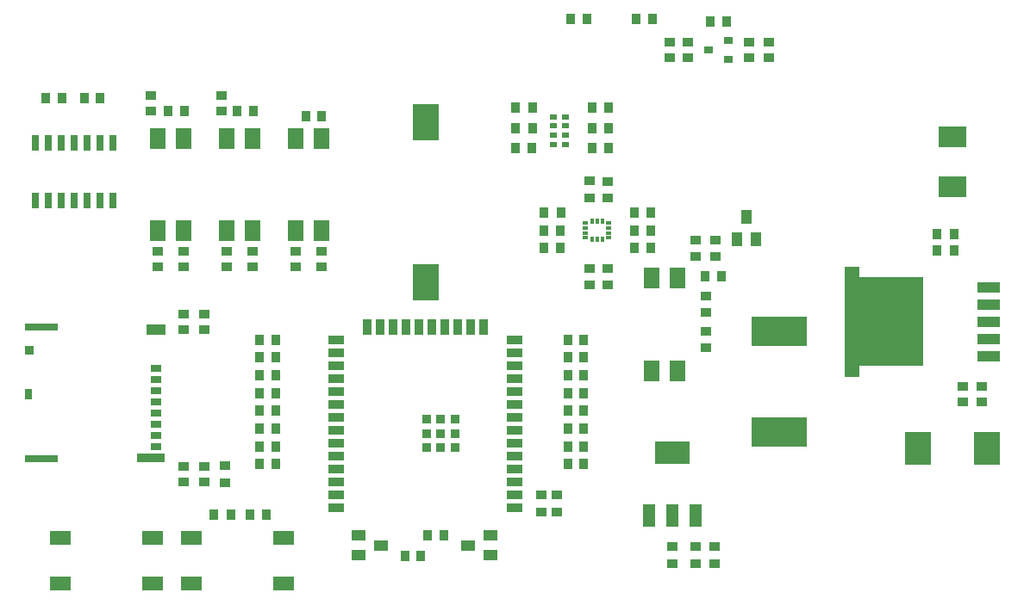
<source format=gtp>
G04*
G04 #@! TF.GenerationSoftware,Altium Limited,Altium Designer,24.5.2 (23)*
G04*
G04 Layer_Color=8421504*
%FSLAX25Y25*%
%MOIN*%
G70*
G04*
G04 #@! TF.SameCoordinates,878A51A9-24BE-43F0-8DEF-E1219167CBE3*
G04*
G04*
G04 #@! TF.FilePolarity,Positive*
G04*
G01*
G75*
%ADD17R,0.03071X0.04134*%
%ADD18R,0.03661X0.03543*%
%ADD19R,0.13110X0.02756*%
%ADD20R,0.11024X0.03386*%
%ADD21R,0.07205X0.04488*%
%ADD22R,0.04331X0.02756*%
%ADD23R,0.04016X0.03701*%
%ADD24R,0.03701X0.04016*%
%ADD25R,0.03937X0.03543*%
%ADD26R,0.05512X0.03937*%
%ADD27R,0.08268X0.05512*%
%ADD28R,0.03543X0.03937*%
%ADD29R,0.03543X0.03543*%
%ADD30R,0.05906X0.03543*%
%ADD31R,0.03543X0.05906*%
%ADD32R,0.04724X0.08661*%
%ADD33R,0.13780X0.08661*%
%ADD34R,0.02362X0.01181*%
%ADD35R,0.01181X0.02362*%
%ADD36R,0.08504X0.04213*%
%ADD37R,0.03150X0.01968*%
%ADD38R,0.05906X0.08268*%
%ADD39R,0.03937X0.05512*%
%ADD40R,0.02559X0.06496*%
%ADD41R,0.03543X0.03150*%
%ADD42R,0.09843X0.12992*%
%ADD43R,0.21260X0.11417*%
%ADD44R,0.11024X0.08465*%
%ADD45R,0.10236X0.14173*%
G36*
X333209Y128347D02*
X357618D01*
Y94095D01*
X333209D01*
Y89961D01*
X327421D01*
Y132480D01*
X333209D01*
Y128347D01*
D02*
G37*
D17*
X11732Y83287D02*
D03*
D18*
X12028Y100079D02*
D03*
D19*
X16752Y58150D02*
D03*
Y109173D02*
D03*
D20*
X59134Y58465D02*
D03*
D21*
X61043Y108307D02*
D03*
D22*
X61102Y62717D02*
D03*
Y67047D02*
D03*
Y71378D02*
D03*
Y75709D02*
D03*
Y80039D02*
D03*
Y84370D02*
D03*
Y88701D02*
D03*
Y93032D02*
D03*
D23*
X79724Y55276D02*
D03*
Y49055D02*
D03*
X71850Y108110D02*
D03*
Y114331D02*
D03*
X79724Y108110D02*
D03*
Y114331D02*
D03*
X71850Y55276D02*
D03*
Y49055D02*
D03*
X235630Y159291D02*
D03*
Y165512D02*
D03*
X228740Y125669D02*
D03*
X228740Y131890D02*
D03*
X235630Y125669D02*
D03*
Y131890D02*
D03*
X273622Y121221D02*
D03*
Y115000D02*
D03*
Y107441D02*
D03*
Y101221D02*
D03*
X269685Y142874D02*
D03*
Y136653D02*
D03*
X277559Y136653D02*
D03*
Y142874D02*
D03*
X259842Y219646D02*
D03*
Y213425D02*
D03*
X115079Y132346D02*
D03*
Y138567D02*
D03*
X125079Y132346D02*
D03*
Y138567D02*
D03*
X266732Y219646D02*
D03*
Y213425D02*
D03*
X380437Y80008D02*
D03*
Y86228D02*
D03*
X372998Y86228D02*
D03*
Y80008D02*
D03*
X298228Y219646D02*
D03*
Y213425D02*
D03*
X290354Y219646D02*
D03*
Y213425D02*
D03*
X88504Y138567D02*
D03*
Y132346D02*
D03*
X98504Y132346D02*
D03*
Y138567D02*
D03*
X61929Y138567D02*
D03*
Y132346D02*
D03*
X71929D02*
D03*
Y138567D02*
D03*
X59055Y198976D02*
D03*
Y192756D02*
D03*
X86483Y198976D02*
D03*
Y192756D02*
D03*
D24*
X101221Y56102D02*
D03*
X107441D02*
D03*
X103661Y36417D02*
D03*
X97441D02*
D03*
X166181Y28543D02*
D03*
X172402D02*
D03*
X157323Y20669D02*
D03*
X163543D02*
D03*
X217441Y146653D02*
D03*
X211221D02*
D03*
X252311D02*
D03*
X246091D02*
D03*
X252311Y153543D02*
D03*
X246091D02*
D03*
X252311Y139764D02*
D03*
X246091D02*
D03*
X211221D02*
D03*
X217441D02*
D03*
X206457Y178347D02*
D03*
X200236D02*
D03*
X229764D02*
D03*
X235984D02*
D03*
Y186221D02*
D03*
X229764D02*
D03*
X235984Y194095D02*
D03*
X229764D02*
D03*
X273465Y128937D02*
D03*
X279685D02*
D03*
X39528Y197835D02*
D03*
X33307D02*
D03*
X24764D02*
D03*
X18543D02*
D03*
X125157Y190945D02*
D03*
X118937D02*
D03*
X101221Y104331D02*
D03*
X107441D02*
D03*
X226535Y83661D02*
D03*
X220315D02*
D03*
X226535Y97441D02*
D03*
X220315D02*
D03*
X101221Y76772D02*
D03*
X107441D02*
D03*
X101221Y90551D02*
D03*
X107441D02*
D03*
X226535Y104331D02*
D03*
X220315D02*
D03*
X220315Y56102D02*
D03*
X226535D02*
D03*
X101221Y97441D02*
D03*
X107441D02*
D03*
X101221Y83661D02*
D03*
X107441D02*
D03*
X101221Y69882D02*
D03*
X107441D02*
D03*
X253110Y228346D02*
D03*
X246890D02*
D03*
X227598D02*
D03*
X221378D02*
D03*
X226535Y69882D02*
D03*
X220315D02*
D03*
X226535Y62992D02*
D03*
X220315D02*
D03*
X220315Y90551D02*
D03*
X226535D02*
D03*
X226535Y76772D02*
D03*
X220315D02*
D03*
X101221Y62992D02*
D03*
X107441D02*
D03*
X281653Y227362D02*
D03*
X275433D02*
D03*
X65787Y192913D02*
D03*
X72008D02*
D03*
X92441Y192913D02*
D03*
X98661D02*
D03*
D25*
X87598Y55512D02*
D03*
Y48819D02*
D03*
X215955Y44161D02*
D03*
Y37469D02*
D03*
X260827Y17438D02*
D03*
Y24131D02*
D03*
X228740Y165748D02*
D03*
Y159055D02*
D03*
X269882Y24131D02*
D03*
Y17438D02*
D03*
X210076Y37469D02*
D03*
Y44161D02*
D03*
X277009Y24131D02*
D03*
Y17438D02*
D03*
D26*
X139370Y28346D02*
D03*
Y20866D02*
D03*
X148031Y24606D02*
D03*
X181693D02*
D03*
X190354Y28346D02*
D03*
Y20866D02*
D03*
D27*
X74606Y27559D02*
D03*
Y9843D02*
D03*
X110433D02*
D03*
Y27559D02*
D03*
X59808Y27559D02*
D03*
Y9843D02*
D03*
X23981D02*
D03*
Y27559D02*
D03*
D28*
X83268Y36417D02*
D03*
X89961D02*
D03*
X210984Y153543D02*
D03*
X217677D02*
D03*
X206693Y194095D02*
D03*
X200000D02*
D03*
X206693Y186221D02*
D03*
X200000D02*
D03*
X369691Y138786D02*
D03*
X362999D02*
D03*
Y145311D02*
D03*
X369691D02*
D03*
D29*
X165748Y73504D02*
D03*
X171260D02*
D03*
X176772D02*
D03*
X165748Y67992D02*
D03*
X171260D02*
D03*
X176772D02*
D03*
X165748Y62480D02*
D03*
X171260D02*
D03*
X176772D02*
D03*
D30*
X130905Y39094D02*
D03*
Y44094D02*
D03*
Y49095D02*
D03*
Y54094D02*
D03*
Y59095D02*
D03*
Y64095D02*
D03*
Y69095D02*
D03*
Y74094D02*
D03*
Y79094D02*
D03*
Y84095D02*
D03*
Y89095D02*
D03*
Y94095D02*
D03*
Y99094D02*
D03*
Y104095D02*
D03*
X199803D02*
D03*
Y99094D02*
D03*
Y94095D02*
D03*
Y89095D02*
D03*
Y84095D02*
D03*
Y79094D02*
D03*
Y74094D02*
D03*
Y69095D02*
D03*
Y64095D02*
D03*
Y59095D02*
D03*
Y54094D02*
D03*
Y49095D02*
D03*
Y44094D02*
D03*
Y39094D02*
D03*
D31*
X142835Y109016D02*
D03*
X147835D02*
D03*
X152835D02*
D03*
X157835D02*
D03*
X162835D02*
D03*
X167835D02*
D03*
X172835D02*
D03*
X177835D02*
D03*
X182835D02*
D03*
X187835D02*
D03*
D32*
X251772Y36024D02*
D03*
X260827D02*
D03*
X269882D02*
D03*
D33*
X260827Y60433D02*
D03*
D34*
X236221Y143701D02*
D03*
Y145669D02*
D03*
Y147638D02*
D03*
Y149606D02*
D03*
X227165D02*
D03*
Y147638D02*
D03*
Y145669D02*
D03*
Y143701D02*
D03*
D35*
X233661Y150197D02*
D03*
X231693D02*
D03*
X229724D02*
D03*
Y143110D02*
D03*
X231693D02*
D03*
X233661D02*
D03*
D36*
X383209Y124606D02*
D03*
Y117913D02*
D03*
Y111221D02*
D03*
Y104528D02*
D03*
Y97835D02*
D03*
D37*
X219488Y179921D02*
D03*
Y183465D02*
D03*
Y187008D02*
D03*
Y190551D02*
D03*
X214764D02*
D03*
Y187008D02*
D03*
Y183465D02*
D03*
Y179921D02*
D03*
D38*
X252874Y92323D02*
D03*
X262874Y92323D02*
D03*
Y128150D02*
D03*
X252874D02*
D03*
X125079Y182283D02*
D03*
X115079D02*
D03*
Y146457D02*
D03*
X125079D02*
D03*
X98504Y182283D02*
D03*
X88504D02*
D03*
Y146457D02*
D03*
X98504D02*
D03*
X71929D02*
D03*
X61929D02*
D03*
Y182283D02*
D03*
X71929D02*
D03*
D39*
X289370Y151969D02*
D03*
X293110Y143307D02*
D03*
X285630D02*
D03*
D40*
X14528Y158169D02*
D03*
X19528D02*
D03*
X24528D02*
D03*
X29528D02*
D03*
X34528D02*
D03*
X39528D02*
D03*
X44528D02*
D03*
X14528Y180413D02*
D03*
X19528D02*
D03*
X24528D02*
D03*
X29528D02*
D03*
X34528D02*
D03*
X39528D02*
D03*
X44528D02*
D03*
D41*
X274606Y216535D02*
D03*
X282480Y220079D02*
D03*
Y212992D02*
D03*
D42*
X355709Y62008D02*
D03*
X382480D02*
D03*
D43*
X301964Y107519D02*
D03*
Y68543D02*
D03*
D44*
X369094Y182894D02*
D03*
Y163563D02*
D03*
D45*
X165354Y188563D02*
D03*
Y126398D02*
D03*
M02*

</source>
